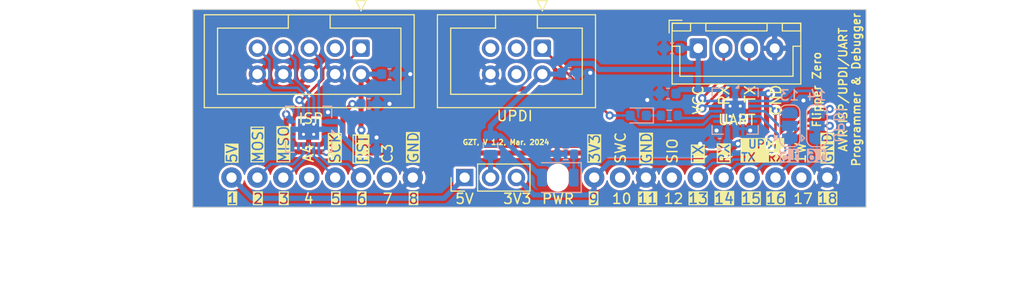
<source format=kicad_pcb>
(kicad_pcb (version 20240108) (generator "pcbnew") (generator_version "8.0")
  (title_block (title "AVR programmer and debugger board with level shifters") (date "2024-03-23") (rev "1.2") (company "GZT s.p.") (comment 3 "Author: Gašper Doljak"))
  (layers (0 "F.Cu" signal) (31 "B.Cu" signal) (34 "B.Paste" user) (35 "F.Paste" user) (36 "B.SilkS" user "B.Silkscreen") (37 "F.SilkS" user "F.Silkscreen") (38 "B.Mask" user) (39 "F.Mask" user) (44 "Edge.Cuts" user))
  (net 0 "")
  (net 1 "GND")
  (net 2 "+3.3V")
  (net 3 "/VCCB")
  (net 4 "Net-(D1-K)")
  (net 5 "Net-(D2-K)")
  (net 6 "/UPDI_RX_s")
  (net 7 "Net-(SW1-B)")
  (net 8 "+5V")
  (net 9 "/MOSI")
  (net 10 "/MISO")
  (net 11 "/CLOCK")
  (net 12 "/SCK")
  (net 13 "/~{RST}")
  (net 17 "Net-(J1-C1)")
  (net 18 "Net-(J1-C0)")
  (net 23 "/MOSI_s")
  (net 25 "/~{RST}_s")
  (net 26 "/SCK_s")
  (net 27 "/MISO_s")
  (net 28 "/UPDI_TX")
  (net 29 "/UPDI_RX")
  (net 30 "/UPDI_TX_s")
  (net 35 "/RX")
  (net 36 "/TX")
  (net 37 "/RX_s")
  (net 38 "/TX_s")
  (net 39 "/VCCA")
  (footprint "Connector_IDC:IDC-Header_2x05_P2.54mm_Vertical" (layer "F.Cu") (at 104.14 96.52 -90)
    (property "Reference" "J4" (hide yes))
    (property "Value" "AVR-ISP-10")
    (fp_line (start -3.29 15.37) (end -3.29 -5.21) (stroke (width 0.12)) (layer "F.SilkS"))
    (fp_line (start 5.83 15.37) (end -3.29 15.37) (stroke (width 0.12)) (layer "F.SilkS"))
    (fp_line (start -1.98 14.07) (end -1.98 7.13) (stroke (width 0.12)) (layer "F.SilkS"))
    (fp_line (start 4.52 14.07) (end -1.98 14.07) (stroke (width 0.12)) (layer "F.SilkS"))
    (fp_line (start -1.98 7.13) (end -3.29 7.13) (stroke (width 0.12)) (layer "F.SilkS"))
    (fp_line (start -1.98 7.13) (end -1.98 7.13) (stroke (width 0.12)) (layer "F.SilkS"))
    (fp_line (start -3.29 3.03) (end -1.98 3.03) (stroke (width 0.12)) (layer "F.SilkS"))
    (fp_line (start -1.98 3.03) (end -1.98 -3.91) (stroke (width 0.12)) (layer "F.SilkS"))
    (fp_line (start -4.68 0.5) (end -3.68 0) (stroke (width 0.12)) (layer "F.SilkS"))
    (fp_line (start -3.68 0) (end -4.68 -0.5) (stroke (width 0.12)) (layer "F.SilkS"))
    (fp_line (start -4.68 -0.5) (end -4.68 0.5) (stroke (width 0.12)) (layer "F.SilkS"))
    (fp_line (start -1.98 -3.91) (end 4.52 -3.91) (stroke (width 0.12)) (layer "F.SilkS"))
    (fp_line (start 4.52 -3.91) (end 4.52 14.07) (stroke (width 0.12)) (layer "F.SilkS"))
    (fp_line (start -3.29 -5.21) (end 5.83 -5.21) (stroke (width 0.12)) (layer "F.SilkS"))
    (fp_line (start 5.83 -5.21) (end 5.83 15.37) (stroke (width 0.12)) (layer "F.SilkS"))
    (pad "1" thru_hole roundrect (at 0 0 270) (size 1.7 1.7) (drill 1) (layers "*.Cu" "*.Mask") (roundrect_rratio 0.147059) (net 23 "/MOSI_s"))
    (pad "2" thru_hole circle (at 2.54 0 270) (size 1.7 1.7) (drill 1) (layers "*.Cu" "*.Mask") (net 3 "/VCCB"))
    (pad "3" thru_hole circle (at 0 2.54 270) (size 1.7 1.7) (drill 1) (layers "*.Cu" "*.Mask"))
    (pad "4" thru_hole circle (at 2.54 2.54 270) (size 1.7 1.7) (drill 1) (layers "*.Cu" "*.Mask") (net 1 "GND"))
    (pad "5" thru_hole circle (at 0 5.08 270) (size 1.7 1.7) (drill 1) (layers "*.Cu" "*.Mask") (net 25 "/~{RST}_s"))
    (pad "6" thru_hole circle (at 2.54 5.08 270) (size 1.7 1.7) (drill 1) (layers "*.Cu" "*.Mask") (net 1 "GND"))
    (pad "7" thru_hole circle (at 0 7.62 270) (size 1.7 1.7) (drill 1) (layers "*.Cu" "*.Mask") (net 26 "/SCK_s"))
    (pad "8" thru_hole circle (at 2.54 7.62 270) (size 1.7 1.7) (drill 1) (layers "*.Cu" "*.Mask") (net 1 "GND"))
    (pad "9" thru_hole circle (at 0 10.16 270) (size 1.7 1.7) (drill 1) (layers "*.Cu" "*.Mask") (net 27 "/MISO_s"))
    (pad "10" thru_hole circle (at 2.54 10.16 270) (size 1.7 1.7) (drill 1) (layers "*.Cu" "*.Mask") (net 1 "GND"))
  )
  (footprint "Connector_PinHeader_2.54mm:PinHeader_1x03_P2.54mm_Vertical" (layer "F.Cu") (at 114.3 109.22 90)
    (property "Reference" "SW1" (hide yes))
    (property "Value" "SW_SPDT")
    (fp_line (start -1.33 -1.33) (end 0 -1.33) (stroke (width 0.12)) (layer "F.SilkS"))
    (fp_line (start -1.33 0) (end -1.33 -1.33) (stroke (width 0.12)) (layer "F.SilkS"))
    (fp_line (start 1.33 1.27) (end 1.33 6.41) (stroke (width 0.12)) (layer "F.SilkS"))
    (fp_line (start -1.33 1.27) (end 1.33 1.27) (stroke (width 0.12)) (layer "F.SilkS"))
    (fp_line (start -1.33 1.27) (end -1.33 6.41) (stroke (width 0.12)) (layer "F.SilkS"))
    (fp_line (start -1.33 6.41) (end 1.33 6.41) (stroke (width 0.12)) (layer "F.SilkS"))
    (pad "1" thru_hole rect (at 0 0 90) (size 1.7 1.7) (drill 1) (layers "*.Cu" "*.Mask") (net 8 "+5V"))
    (pad "2" thru_hole oval (at 0 2.54 90) (size 1.7 1.7) (drill 1) (layers "*.Cu" "*.Mask") (net 7 "Net-(SW1-B)"))
    (pad "3" thru_hole oval (at 0 5.08 90) (size 1.7 1.7) (drill 1) (layers "*.Cu" "*.Mask") (net 2 "+3.3V"))
  )
  (footprint "Connector_JST:JST_XH_B4B-XH-A_1x04_P2.50mm_Vertical" (layer "F.Cu") (at 137.2 96.52)
    (property "Reference" "J3" (hide yes))
    (property "Value" "Conn_01x04")
    (fp_line (start -2.85 -2.75) (end -2.85 -1.5) (stroke (width 0.12)) (layer "F.SilkS"))
    (fp_line (start -2.56 -2.46) (end -2.56 3.51) (stroke (width 0.12)) (layer "F.SilkS"))
    (fp_line (start -2.56 3.51) (end 10.06 3.51) (stroke (width 0.12)) (layer "F.SilkS"))
    (fp_line (start -2.55 -2.45) (end -2.55 -1.7) (stroke (width 0.12)) (layer "F.SilkS"))
    (fp_line (start -2.55 -1.7) (end -0.75 -1.7) (stroke (width 0.12)) (layer "F.SilkS"))
    (fp_line (start -2.55 -0.2) (end -1.8 -0.2) (stroke (width 0.12)) (layer "F.SilkS"))
    (fp_line (start -1.8 -0.2) (end -1.8 2.75) (stroke (width 0.12)) (layer "F.SilkS"))
    (fp_line (start -1.8 2.75) (end 3.75 2.75) (stroke (width 0.12)) (layer "F.SilkS"))
    (fp_line (start -1.6 -2.75) (end -2.85 -2.75) (stroke (width 0.12)) (layer "F.SilkS"))
    (fp_line (start -0.75 -2.45) (end -2.55 -2.45) (stroke (width 0.12)) (layer "F.SilkS"))
    (fp_line (start -0.75 -1.7) (end -0.75 -2.45) (stroke (width 0.12)) (layer "F.SilkS"))
    (fp_line (start 0.75 -2.45) (end 0.75 -1.7) (stroke (width 0.12)) (layer "F.SilkS"))
    (fp_line (start 0.75 -1.7) (end 6.75 -1.7) (stroke (width 0.12)) (layer "F.SilkS"))
    (fp_line (start 6.75 -2.45) (end 0.75 -2.45) (stroke (width 0.12)) (layer "F.SilkS"))
    (fp_line (start 6.75 -1.7) (end 6.75 -2.45) (stroke (width 0.12)) (layer "F.SilkS"))
    (fp_line (start 8.25 -2.45) (end 8.25 -1.7) (stroke (width 0.12)) (layer "F.SilkS"))
    (fp_line (start 8.25 -1.7) (end 10.05 -1.7) (stroke (width 0.12)) (layer "F.SilkS"))
    (fp_line (start 9.3 -0.2) (end 9.3 2.75) (stroke (width 0.12)) (layer "F.SilkS"))
    (fp_line (start 9.3 2.75) (end 3.75 2.75) (stroke (width 0.12)) (layer "F.SilkS"))
    (fp_line (start 10.05 -2.45) (end 8.25 -2.45) (stroke (width 0.12)) (layer "F.SilkS"))
    (fp_line (start 10.05 -1.7) (end 10.05 -2.45) (stroke (width 0.12)) (layer "F.SilkS"))
    (fp_line (start 10.05 -0.2) (end 9.3 -0.2) (stroke (width 0.12)) (layer "F.SilkS"))
    (fp_line (start 10.06 -2.46) (end -2.56 -2.46) (stroke (width 0.12)) (layer "F.SilkS"))
    (fp_line (start 10.06 3.51) (end 10.06 -2.46) (stroke (width 0.12)) (layer "F.SilkS"))
    (pad "1" thru_hole roundrect (at 0 0) (size 1.7 1.95) (drill 0.95) (layers "*.Cu" "*.Mask") (roundrect_rratio 0.147059) (net 3 "/VCCB"))
    (pad "2" thru_hole oval (at 2.5 0) (size 1.7 1.95) (drill 0.95) (layers "*.Cu" "*.Mask") (net 37 "/RX_s"))
    (pad "3" thru_hole oval (at 5 0) (size 1.7 1.95) (drill 0.95) (layers "*.Cu" "*.Mask") (net 38 "/TX_s"))
    (pad "4" thru_hole oval (at 7.5 0) (size 1.7 1.95) (drill 0.95) (layers "*.Cu" "*.Mask") (net 1 "GND"))
  )
  (footprint "Symbol:GZT_LOGO_10mm" (layer "F.Cu") (at 130.937 98.171)
    (property "Reference" "G***" (hide yes))
    (property "Value" "LOGO" (hide yes))
  )
  (footprint "AlfaProxima:Flipper zero" (layer "F.Cu") (at 116.84 109.22 90)
    (property "Reference" "J1" (hide yes))
    (property "Value" "Flipper Zero")
    (pad "1" thru_hole circle (at 0 -25.4 90) (size 2 2) (drill 1) (layers "*.Cu" "*.Mask") (net 8 "+5V"))
    (pad "2" thru_hole circle (at 0 -22.86 90) (size 2 2) (drill 1) (layers "*.Cu" "*.Mask") (net 9 "/MOSI"))
    (pad "3" thru_hole circle (at 0 -20.32 90) (size 2 2) (drill 1) (layers "*.Cu" "*.Mask") (net 10 "/MISO"))
    (pad "4" thru_hole circle (at 0 -17.78 90) (size 2 2) (drill 1) (layers "*.Cu" "*.Mask") (net 11 "/CLOCK"))
    (pad "5" thru_hole circle (at 0 -15.24 90) (size 2 2) (drill 1) (layers "*.Cu" "*.Mask") (net 12 "/SCK"))
    (pad "6" thru_hole circle (at 0 -12.7 90) (size 2 2) (drill 1) (layers "*.Cu" "*.Mask") (net 13 "/~{RST}"))
    (pad "7" thru_hole circle (at 0 -10.16 90) (size 2 2) (drill 1) (layers "*.Cu" "*.Mask"))
    (pad "8" thru_hole circle (at 0 -7.62 90) (size 2 2) (drill 1) (layers "*.Cu" "*.Mask") (net 1 "GND"))
    (pad "9" thru_hole circle (at 0 10.16 90) (size 2 2) (drill 1) (layers "*.Cu" "*.Mask") (net 2 "+3.3V"))
    (pad "10" thru_hole circle (at 0 12.7 90) (size 2 2) (drill 1) (layers "*.Cu" "*.Mask"))
    (pad "11" thru_hole circle (at 0 15.24 90) (size 2 2) (drill 1) (layers "*.Cu" "*.Mask") (net 1 "GND"))
    (pad "12" thru_hole circle (at 0 17.78 90) (size 2 2) (drill 1) (layers "*.Cu" "*.Mask"))
    (pad "13" thru_hole circle (at 0 20.32 90) (size 2 2) (drill 1) (layers "*.Cu" "*.Mask") (net 36 "/TX"))
    (pad "14" thru_hole circle (at 0 22.86 90) (size 2 2) (drill 1) (layers "*.Cu" "*.Mask") (net 35 "/RX"))
    (pad "15" thru_hole circle (at 0 25.4 90) (size 2 2) (drill 1) (layers "*.Cu" "*.Mask") (net 17 "Net-(J1-C1)"))
    (pad "16" thru_hole circle (at 0 27.94 90) (size 2 2) (drill 1) (layers "*.Cu" "*.Mask") (net 18 "Net-(J1-C0)"))
    (pad "17" thru_hole circle (at 0 30.48 90) (size 2 2) (drill 1) (layers "*.Cu" "*.Mask"))
    (pad "18" thru_hole circle (at 0 33.02 90) (size 2 2) (drill 1) (layers "*.Cu" "*.Mask") (net 1 "GND"))
  )
  (footprint "Connector_IDC:IDC-Header_2x03_P2.54mm_Vertical" (layer "F.Cu") (at 121.92 96.52 -90)
    (property "Reference" "J2" (hide yes))
    (property "Value" "AVR-UPDI-6")
    (fp_line (start -3.29 10.29) (end -3.29 -5.21) (stroke (width 0.12)) (layer "F.SilkS"))
    (fp_line (start 5.83 10.29) (end -3.29 10.29) (stroke (width 0.12)) (layer "F.SilkS"))
    (fp_line (start -1.98 8.99) (end -1.98 4.59) (stroke (width 0.12)) (layer "F.SilkS"))
    (fp_line (start 4.52 8.99) (end -1.98 8.99) (stroke (width 0.12)) (layer "F.SilkS"))
    (fp_line (start -1.98 4.59) (end -3.29 4.59) (stroke (width 0.12)) (layer "F.SilkS"))
    (fp_line (start -1.98 4.59) (end -1.98 4.59) (stroke (width 0.12)) (layer "F.SilkS"))
    (fp_line (start -4.68 0.5) (end -3.68 0) (stroke (width 0.12)) (layer "F.SilkS"))
    (fp_line (start -3.29 0.49) (end -1.98 0.49) (stroke (width 0.12)) (layer "F.SilkS"))
    (fp_line (start -1.98 0.49) (end -1.98 -3.91) (stroke (width 0.12)) (layer "F.SilkS"))
    (fp_line (start -3.68 0) (end -4.68 -0.5) (stroke (width 0.12)) (layer "F.SilkS"))
    (fp_line (start -4.68 -0.5) (end -4.68 0.5) (stroke (width 0.12)) (layer "F.SilkS"))
    (fp_line (start -1.98 -3.91) (end 4.52 -3.91) (stroke (width 0.12)) (layer "F.SilkS"))
    (fp_line (start 4.52 -3.91) (end 4.52 8.99) (stroke (width 0.12)) (layer "F.SilkS"))
    (fp_line (start -3.29 -5.21) (end 5.83 -5.21) (stroke (width 0.12)) (layer "F.SilkS"))
    (fp_line (start 5.83 -5.21) (end 5.83 10.29) (stroke (width 0.12)) (layer "F.SilkS"))
    (pad "1" thru_hole roundrect (at 0 0 270) (size 1.7 1.7) (drill 1) (layers "*.Cu" "*.Mask") (roundrect_rratio 0.147059) (net 6 "/UPDI_RX_s"))
    (pad "2" thru_hole circle (at 2.54 0 270) (size 1.7 1.7) (drill 1) (layers "*.Cu" "*.Mask") (net 3 "/VCCB"))
    (pad "3" thru_hole circle (at 0 2.54 270) (size 1.7 1.7) (drill 1) (layers "*.Cu" "*.Mask"))
    (pad "4" thru_hole circle (at 2.54 2.54 270) (size 1.7 1.7) (drill 1) (layers "*.Cu" "*.Mask"))
    (pad "5" thru_hole circle (at 0 5.08 270) (size 1.7 1.7) (drill 1) (layers "*.Cu" "*.Mask"))
    (pad "6" thru_hole circle (at 2.54 5.08 270) (size 1.7 1.7) (drill 1) (layers "*.Cu" "*.Mask") (net 1 "GND"))
  )
  (footprint "Jumper:SolderJumper-3_P1.3mm_Bridged12_RoundedPad1.0x1.5mm" (layer "B.Cu") (at 146.177 104.14 90)
    (property "Reference" "JP1" (hide yes))
    (property "Value" "SolderJumper_3_Bridged12")
    (fp_poly (pts (xy -0.9 0.3) (xy -0.4 0.3) (xy -0.4 -0.3) (xy -0.9 -0.3)) (fill solid) (layer "B.Cu"))
    (fp_line (start -0.9 -1.5) (end -1.5 -1.5) (stroke (width 0.12)) (layer "B.SilkS"))
    (fp_line (start -0.9 -1.5) (end -1.2 -1.2) (stroke (width 0.12)) (layer "B.SilkS"))
    (fp_line (start -1.5 -1.5) (end -1.2 -1.2) (stroke (width 0.12)) (layer "B.SilkS"))
    (fp_line (start -1.4 -1) (end 1.4 -1) (stroke (width 0.12)) (layer "B.SilkS"))
    (fp_line (start 2.05 -0.3) (end 2.05 0.3) (stroke (width 0.12)) (layer "B.SilkS"))
    (fp_line (start -2.05 0.3) (end -2.05 -0.3) (stroke (width 0.12)) (layer "B.SilkS"))
    (fp_line (start 1.4 1) (end -1.4 1) (stroke (width 0.12)) (layer "B.SilkS"))
    (fp_arc (start 1.35 -1) (mid 1.844975 -0.794975) (end 2.05 -0.3) (stroke (width 0.12)) (layer "B.SilkS"))
    (fp_arc (start -2.05 -0.3) (mid -1.844975 -0.794975) (end -1.35 -1) (stroke (width 0.12)) (layer "B.SilkS"))
    (fp_arc (start 2.05 0.3) (mid 1.844975 0.794975) (end 1.35 1) (stroke (width 0.12)) (layer "B.SilkS"))
    (fp_arc (start -1.35 1) (mid -1.844975 0.794975) (end -2.05 0.3) (stroke (width 0.12)) (layer "B.SilkS"))
    (pad "1" smd custom (at -1.3 0 90) (size 1 0.5) (layers "B.Cu" "B.Mask") (net 17 "Net-(J1-C1)") (options (clearance outline) (anchor rect)) (primitives (gr_circle (center 0 -0.25) (end 0.5 -0.25) (width 0) (fill yes)) (gr_circle (center 0 0.25) (end 0.5 0.25) (width 0) (fill yes)) (gr_poly (pts (xy 0.55 -0.75) (xy 0 -0.75) (xy 0 0.75) (xy 0.55 0.75)) (width 0) (fill yes))))
    (pad "2" smd rect (at 0 0 90) (size 1 1.5) (layers "B.Cu" "B.Mask") (net 28 "/UPDI_TX"))
    (pad "3" smd custom (at 1.3 0 90) (size 1 0.5) (layers "B.Cu" "B.Mask") (net 36 "/TX") (options (clearance outline) (anchor rect)) (primitives (gr_circle (center 0 -0.25) (end 0.5 -0.25) (width 0) (fill yes)) (gr_circle (center 0 0.25) (end 0.5 0.25) (width 0) (fill yes)) (gr_poly (pts (xy 0 -0.75) (xy -0.55 -0.75) (xy -0.55 0.75) (xy 0 0.75)) (width 0) (fill yes))))
  )
  (footprint "Capacitor_SMD:C_0603_1608Metric" (layer "B.Cu") (at 104.915 101.981 180)
    (property "Reference" "C3" (hide yes))
    (property "Value" "100nF")
    (fp_line (start 0.14058 0.51) (end -0.14058 0.51) (stroke (width 0.12)) (layer "B.SilkS"))
    (fp_line (start 0.14058 -0.51) (end -0.14058 -0.51) (stroke (width 0.12)) (layer "B.SilkS"))
    (pad "1" smd roundrect (at -0.775 0 180) (size 0.9 0.95) (layers "B.Cu" "B.Paste" "B.Mask") (net 1 "GND"))
    (pad "2" smd roundrect (at 0.775 0 180) (size 0.9 0.95) (layers "B.Cu" "B.Paste" "B.Mask") (net 39 "/VCCA"))
  )
  (footprint "Capacitor_SMD:C_0603_1608Metric" (layer "B.Cu") (at 106.934 99.06)
    (property "Reference" "C5" (hide yes))
    (property "Value" "100nF")
    (fp_line (start 0.14058 -0.51) (end -0.14058 -0.51) (stroke (width 0.12)) (layer "B.SilkS"))
    (fp_line (start 0.14058 0.51) (end -0.14058 0.51) (stroke (width 0.12)) (layer "B.SilkS"))
    (pad "1" smd roundrect (at -0.775 0) (size 0.9 0.95) (layers "B.Cu" "B.Paste" "B.Mask") (net 3 "/VCCB"))
    (pad "2" smd roundrect (at 0.775 0) (size 0.9 0.95) (layers "B.Cu" "B.Paste" "B.Mask") (net 1 "GND"))
  )
  (footprint "Jumper:SolderJumper-3_P1.3mm_Bridged12_RoundedPad1.0x1.5mm" (layer "B.Cu") (at 148.844 104.14 90)
    (property "Reference" "JP2" (hide yes))
    (property "Value" "SolderJumper_3_Bridged12")
    (fp_poly (pts (xy -0.9 0.3) (xy -0.4 0.3) (xy -0.4 -0.3) (xy -0.9 -0.3)) (fill solid) (layer "B.Cu"))
    (fp_line (start -0.9 -1.5) (end -1.5 -1.5) (stroke (width 0.12)) (layer "B.SilkS"))
    (fp_line (start -0.9 -1.5) (end -1.2 -1.2) (stroke (width 0.12)) (layer "B.SilkS"))
    (fp_line (start -1.5 -1.5) (end -1.2 -1.2) (stroke (width 0.12)) (layer "B.SilkS"))
    (fp_line (start -1.4 -1) (end 1.4 -1) (stroke (width 0.12)) (layer "B.SilkS"))
    (fp_line (start 2.05 -0.3) (end 2.05 0.3) (stroke (width 0.12)) (layer "B.SilkS"))
    (fp_line (start -2.05 0.3) (end -2.05 -0.3) (stroke (width 0.12)) (layer "B.SilkS"))
    (fp_line (start 1.4 1) (end -1.4 1) (stroke (width 0.12)) (layer "B.SilkS"))
    (fp_arc (start 1.35 -1) (mid 1.844975 -0.794975) (end 2.05 -0.3) (stroke (width 0.12)) (layer "B.SilkS"))
    (fp_arc (start -2.05 -0.3) (mid -1.844975 -0.794975) (end -1.35 -1) (stroke (width 0.12)) (layer "B.SilkS"))
    (fp_arc (start 2.05 0.3) (mid 1.844975 0.794975) (end 1.35 1) (stroke (width 0.12)) (layer "B.SilkS"))
    (fp_arc (start -1.35 1) (mid -1.844975 0.794975) (end -2.05 0.3) (stroke (width 0.12)) (layer "B.SilkS"))
    (pad "1" smd custom (at -1.3 0 90) (size 1 0.5) (layers "B.Cu" "B.Mask") (net 18 "Net-(J1-C0)") (options (clearance outline) (anchor rect)) (primitives (gr_circle (center 0 -0.25) (end 0.5 -0.25) (width 0) (fill yes)) (gr_circle (center 0 0.25) (end 0.5 0.25) (width 0) (fill yes)) (gr_poly (pts (xy 0.55 -0.75) (xy 0 -0.75) (xy 0 0.75) (xy 0.55 0.75)) (width 0) (fill yes))))
    (pad "2" smd rect (at 0 0 90) (size 1 1.5) (layers "B.Cu" "B.Mask") (net 29 "/UPDI_RX"))
    (pad "3" smd custom (at 1.3 0 90) (size 1 0.5) (layers "B.Cu" "B.Mask") (net 35 "/RX") (options (clearance outline) (anchor rect)) (primitives (gr_circle (center 0 -0.25) (end 0.5 -0.25) (width 0) (fill yes)) (gr_circle (center 0 0.25) (end 0.5 0.25) (width 0) (fill yes)) (gr_poly (pts (xy 0 -0.75) (xy -0.55 -0.75) (xy -0.55 0.75) (xy 0 0.75)) (width 0) (fill yes))))
  )
  (footprint "Fuse:Fuse_0805_2012Metric" (layer "B.Cu") (at 116.84 106.045 90)
    (property "Reference" "F1" (hide yes))
    (property "Value" "1100mA")
    (fp_line (start 0.258578 -0.71) (end -0.258578 -0.71) (stroke (width 0.12)) (layer "B.SilkS"))
    (fp_line (start 0.258578 0.71) (end -0.258578 0.71) (stroke (width 0.12)) (layer "B.SilkS"))
    (pad "1" smd roundrect (at -0.9375 0 90) (size 0.975 1.4) (layers "B.Cu" "B.Paste" "B.Mask") (net 7 "Net-(SW1-B)"))
    (pad "2" smd roundrect (at 0.9375 0 90) (size 0.975 1.4) (layers "B.Cu" "B.Paste" "B.Mask") (net 3 "/VCCB"))
  )
  (footprint "Package_DFN_QFN:Texas_S-PVQFN-N14_ThermalVias" (layer "B.Cu") (at 140.825 102.7 180)
    (property "Reference" "U2" (hide yes))
    (property "Value" "TXS0104ERGYR")
    (fp_line (start 2.26 2.26) (end 1.15 2.26) (stroke (width 0.12)) (layer "B.SilkS"))
    (fp_line (start 2.26 1.4) (end 2.26 2.26) (stroke (width 0.12)) (layer "B.SilkS"))
    (fp_line (start 2.26 -1.4) (end 2.26 -2.26) (stroke (width 0.12)) (layer "B.SilkS"))
    (fp_line (start 2.26 -2.26) (end 1.15 -2.26) (stroke (width 0.12)) (layer "B.SilkS"))
    (fp_line (start -2.26 2.26) (end -1.15 2.26) (stroke (width 0.12)) (layer "B.SilkS"))
    (fp_line (start -2.26 2.26) (end -2.26 1.4) (stroke (width 0.12)) (layer "B.SilkS"))
    (fp_line (start -2.26 -1.4) (end -2.26 -2.26) (stroke (width 0.12)) (layer "B.SilkS"))
    (fp_line (start -2.26 -2.26) (end -1.15 -2.26) (stroke (width 0.12)) (layer "B.SilkS"))
    (fp_poly (pts (xy -0.35 2.26) (xy -0.35 2.54) (xy -0.07 2.26) (xy -0.35 2.26)) (stroke (width 0.12)) (fill solid) (layer "B.SilkS"))
    (pad "1" smd rect (at -0.75 1.725 270) (size 0.85 0.28) (layers "B.Cu" "B.Paste" "B.Mask") (net 39 "/VCCA"))
    (pad "2" smd rect (at -1.725 1 270) (size 0.28 0.85) (layers "B.Cu" "B.Paste" "B.Mask") (net 35 "/RX"))
    (pad "3" smd rect (at -1.725 0.5 270) (size 0.28 0.85) (layers "B.Cu" "B.Paste" "B.Mask") (net 36 "/TX"))
    (pad "4" smd rect (at -1.725 0 270) (size 0.28 0.85) (layers "B.Cu" "B.Paste" "B.Mask") (net 28 "/UPDI_TX"))
    (pad "5" smd rect (at -1.725 -0.5 270) (size 0.28 0.85) (layers "B.Cu" "B.Paste" "B.Mask") (net 29 "/UPDI_RX"))
    (pad "6" smd rect (at -1.725 -1 270) (size 0.28 0.85) (layers "B.Cu" "B.Paste" "B.Mask"))
    (pad "7" smd rect (at -0.75 -1.725 270) (size 0.85 0.28) (layers "B.Cu" "B.Paste" "B.Mask") (net 1 "GND"))
    (pad "8" smd rect (at 0.75 -1.725 270) (size 0.85 0.28) (layers "B.Cu" "B.Paste" "B.Mask") (net 39 "/VCCA"))
    (pad "9" smd rect (at 1.725 -1 270) (size 0.28 0.85) (layers "B.Cu" "B.Paste" "B.Mask"))
    (pad "10" smd rect (at 1.725 -0.5 270) (size 0.28 0.85) (layers "B.Cu" "B.Paste" "B.Mask") (net 6 "/UPDI_RX_s"))
    (pad "11" smd rect (at 1.725 0 270) (size 0.28 0.85) (layers "B.Cu" "B.Paste" "B.Mask") (net 30 "/UPDI_TX_s"))
    (pad "12" smd rect (at 1.725 0.5 270) (size 0.28 0.85) (layers "B.Cu" "B.Paste" "B.Mask") (net 38 "/TX_s"))
    (pad "13" smd rect (at 1.725 1 270) (size 0.28 0.85) (layers "B.Cu" "B.Paste" "B.Mask") (net 37 "/RX_s"))
    (pad "14" smd rect (at 0.75 1.725 270) (size 0.85 0.28) (layers "B.Cu" "B.Paste" "B.Mask") (net 3 "/VCCB"))
    (pad "15" thru_hole circle (at -0.5 -0.5 270) (size 0.6 0.6) (drill 0.3) (layers "*.Cu") (net 1 "GND"))
    (pad "15" thru_hole circle (at -0.5 0.5 270) (size 0.6 0.6) (drill 0.3) (layers "*.Cu") (net 1 "GND"))
    (pad "15" smd rect (at 0 0 270) (size 2.05 2.05) (layers "F.Cu") (net 1 "GND"))
    (pad "15" smd rect (at 0 0 270) (size 2.05 2.05) (layers "B.Cu" "B.Mask") (net 1 "GND"))
    (pad "15" thru_hole circle (at 0.5 -0.5 270) (size 0.6 0.6) (drill 0.3) (layers "*.Cu") (net 1 "GND"))
    (pad "15" thru_hole circle (at 0.5 0.5 270) (size 0.6 0.6) (drill 0.3) (layers "*.Cu") (net 1 "GND"))
  )
  (footprint "Resistor_SMD:R_0603_1608Metric" (layer "B.Cu") (at 134.366 103.124 180)
    (property "Reference" "R2" (hide yes))
    (property "Value" "330")
    (fp_line (start 0.237258 0.5225) (end -0.237258 0.5225) (stroke (width 0.12)) (layer "B.SilkS"))
    (fp_line (start 0.237258 -0.5225) (end -0.237258 -0.5225) (stroke (width 0.12)) (layer "B.SilkS"))
    (pad "1" smd roundrect (at -0.825 0 180) (size 0.8 0.95) (layers "B.Cu" "B.Paste" "B.Mask") (net 30 "/UPDI_TX_s"))
    (pad "2" smd roundrect (at 0.825 0 180) (size 0.8 0.95) (layers "B.Cu" "B.Paste" "B.Mask") (net 5 "Net-(D2-K)"))
  )
  (footprint "Package_DFN_QFN:Texas_S-PVQFN-N14_ThermalVias" (layer "B.Cu") (at 99 104.475 90)
    (property "Reference" "U1" (hide yes))
    (property "Value" "TXS0104ERGYR")
    (fp_line (start 2.26 -2.26) (end 1.15 -2.26) (stroke (width 0.12)) (layer "B.SilkS"))
    (fp_line (start -2.26 -2.26) (end -1.15 -2.26) (stroke (width 0.12)) (layer "B.SilkS"))
    (fp_line (start 2.26 -1.4) (end 2.26 -2.26) (stroke (width 0.12)) (layer "B.SilkS"))
    (fp_line (start -2.26 -1.4) (end -2.26 -2.26) (stroke (width 0.12)) (layer "B.SilkS"))
    (fp_line (start 2.26 1.4) (end 2.26 2.26) (stroke (width 0.12)) (layer "B.SilkS"))
    (fp_line (start 2.26 2.26) (end 1.15 2.26) (stroke (width 0.12)) (layer "B.SilkS"))
    (fp_line (start -2.26 2.26) (end -2.26 1.4) (stroke (width 0.12)) (layer "B.SilkS"))
    (fp_line (start -2.26 2.26) (end -1.15 2.26) (stroke (width 0.12)) (layer "B.SilkS"))
    (fp_poly (pts (xy -0.35 2.26) (xy -0.35 2.54) (xy -0.07 2.26) (xy -0.35 2.26)) (stroke (width 0.12)) (fill solid) (layer "B.SilkS"))
    (pad "1" smd rect (at -0.75 1.725 180) (size 0.85 0.28) (layers "B.Cu" "B.Paste" "B.Mask") (net 39 "/VCCA"))
    (pad "2" smd rect (at -1.725 1 180) (size 0.28 0.85) (layers "B.Cu" "B.Paste" "B.Mask") (net 13 "/~{RST}"))
    (pad "3" smd rect (at -1.725 0.5 180) (size 0.28 0.85) (layers "B.Cu" "B.Paste" "B.Mask") (net 12 "/SCK"))
    (pad "4" smd rect (at -1.725 0 180) (size 0.28 0.85) (layers "B.Cu" "B.Paste" "B.Mask") (net 10 "/MISO"))
    (pad "5" smd rect (at -1.725 -0.5 180) (size 0.28 0.85) (layers "B.Cu" "B.Paste" "B.Mask") (net 9 "/MOSI"))
    (pad "6" smd rect (at -1.725 -1 180) (size 0.28 0.85) (layers "B.Cu" "B.Paste" "B.Mask"))
    (pad "7" smd rect (at -0.75 -1.725 180) (size 0.85 0.28) (layers "B.Cu" "B.Paste" "B.Mask") (net 1 "GND"))
    (pad "8" smd rect (at 0.75 -1.725 180) (size 0.85 0.28) (layers "B.Cu" "B.Paste" "B.Mask") (net 39 "/VCCA"))
    (pad "9" smd rect (at 1.725 -1 180) (size 0.28 0.85) (layers "B.Cu" "B.Paste" "B.Mask"))
    (pad "10" smd rect (at 1.725 -0.5 180) (size 0.28 0.85) (layers "B.Cu" "B.Paste" "B.Mask") (net 23 "/MOSI_s"))
    (pad "11" smd rect (at 1.725 0 180) (size 0.28 0.85) (layers "B.Cu" "B.Paste" "B.Mask") (net 27 "/MISO_s"))
    (pad "12" smd rect (at 1.725 0.5 180) (size 0.28 0.85) (layers "B.Cu" "B.Paste" "B.Mask") (net 26 "/SCK_s"))
    (pad "13" smd rect (at 1.725 1 180) (size 0.28 0.85) (layers "B.Cu" "B.Paste" "B.Mask") (net 25 "/~{RST}_s"))
    (pad "14" smd rect (at 0.75 1.725 180) (size 0.85 0.28) (layers "B.Cu" "B.Paste" "B.Mask") (net 3 "/VCCB"))
    (pad "15" thru_hole circle (at -0.5 -0.5 180) (size 0.6 0.6) (drill 0.3) (layers "*.Cu") (net 1 "GND"))
    (pad "15" thru_hole circle (at -0.5 0.5 180) (size 0.6 0.6) (drill 0.3) (layers "*.Cu") (net 1 "GND"))
    (pad "15" smd rect (at 0 0 180) (size 2.05 2.05) (layers "F.Cu") (net 1 "GND"))
    (pad "15" smd rect (at 0 0 180) (size 2.05 2.05) (layers "B.Cu" "B.Mask") (net 1 "GND"))
    (pad "15" thru_hole circle (at 0.5 -0.5 180) (size 0.6 0.6) (drill 0.3) (layers "*.Cu") (net 1 "GND"))
    (pad "15" thru_hole circle (at 0.5 0.5 180) (size 0.6 0.6) (drill 0.3) (layers "*.Cu") (net 1 "GND"))
  )
  (footprint "Capacitor_SMD:C_0603_1608Metric" (layer "B.Cu") (at 134.239 100.965 180)
    (property "Reference" "C2" (hide yes))
    (property "Value" "100nF")
    (fp_line (start 0.14058 0.51) (end -0.14058 0.51) (stroke (width 0.12)) (layer "B.SilkS"))
    (fp_line (start 0.14058 -0.51) (end -0.14058 -0.51) (stroke (width 0.12)) (layer "B.SilkS"))
    (pad "1" smd roundrect (at -0.775 0 180) (size 0.9 0.95) (layers "B.Cu" "B.Paste" "B.Mask") (net 3 "/VCCB"))
    (pad "2" smd roundrect (at 0.775 0 180) (size 0.9 0.95) (layers "B.Cu" "B.Paste" "B.Mask") (net 1 "GND"))
  )
  (footprint "Capacitor_SMD:C_0603_1608Metric" (layer "B.Cu") (at 139.3 105.9)
    (property "Reference" "C1" (hide yes))
    (property "Value" "100nF")
    (fp_line (start 0.14058 -0.51) (end -0.14058 -0.51) (stroke (width 0.12)) (layer "B.SilkS"))
    (fp_line (start 0.14058 0.51) (end -0.14058 0.51) (stroke (width 0.12)) (layer "B.SilkS"))
    (pad "1" smd roundrect (at -0.775 0) (size 0.9 0.95) (layers "B.Cu" "B.Paste" "B.Mask") (net 1 "GND"))
    (pad "2" smd roundrect (at 0.775 0) (size 0.9 0.95) (layers "B.Cu" "B.Paste" "B.Mask") (net 39 "/VCCA"))
  )
  (footprint "NetTie:NetTie-2_SMD_Pad0.5mm" (layer "B.Cu") (at 139 107.061)
    (property "Reference" "NT1" (hide yes))
    (property "Value" "NetTie_2" (hide yes))
    (fp_poly (pts (xy -0.5 0.25) (xy 0.5 0.25) (xy 0.5 -0.25) (xy -0.5 -0.25)) (fill solid) (layer "B.Cu"))
    (pad "1" smd circle (at -0.5 0) (size 0.5 0.5) (layers "B.Cu") (net 2 "+3.3V"))
    (pad "2" smd circle (at 0.5 0) (size 0.5 0.5) (layers "B.Cu") (net 39 "/VCCA"))
  )
  (footprint "Resistor_SMD:R_0603_1608Metric" (layer "B.Cu") (at 124.206 106.934 180)
    (property "Reference" "R1" (hide yes))
    (property "Value" "1k")
    (fp_line (start 0.237258 0.5225) (end -0.237258 0.5225) (stroke (width 0.12)) (layer "B.SilkS"))
    (fp_line (start 0.237258 -0.5225) (end -0.237258 -0.5225) (stroke (width 0.12)) (layer "B.SilkS"))
    (pad "1" smd roundrect (at -0.825 0 180) (size 0.8 0.95) (layers "B.Cu" "B.Paste" "B.Mask") (net 4 "Net-(D1-K)"))
    (pad "2" smd roundrect (at 0.825 0 180) (size 0.8 0.95) (layers "B.Cu" "B.Paste" "B.Mask") (net 1 "GND"))
  )
  (footprint "LED_SMD:LED_1206_3216Metric_ReverseMount_Hole1.8x2.4mm" (layer "B.Cu") (at 123.444 109.22 180)
    (property "Reference" "D1" (hide yes))
    (property "Value" "LED  E6CC1206VGAC1UDA")
    (fp_line (start 1.6 -1.46) (end -2.285 -1.46) (stroke (width 0.12)) (layer "B.SilkS"))
    (fp_line (start -2.285 1.46) (end 1.6 1.46) (stroke (width 0.12)) (layer "B.SilkS"))
    (fp_line (start -2.285 -1.46) (end -2.285 1.46) (stroke (width 0.12)) (layer "B.SilkS"))
    (pad "" np_thru_hole oval (at 0 0 180) (size 1.8 2.4) (drill oval 1.8 2.4) (layers "*.Cu" "*.Mask"))
    (pad "1" smd roundrect (at -1.55 0 180) (size 0.95 1.75) (layers "B.Cu" "B.Paste" "B.Mask") (roundrect_rratio 0.2) (net 4 "Net-(D1-K)"))
    (pad "2" smd roundrect (at 1.55 0 180) (size 0.95 1.75) (layers "B.Cu" "B.Paste" "B.Mask") (roundrect_rratio 0.2) (net 3 "/VCCB"))
  )
  (footprint "Capacitor_SMD:C_0603_1608Metric" (layer "B.Cu") (at 124.587 98.933)
    (property "Reference" "C6" (hide yes))
    (property "Value" "100nF")
    (fp_line (start 0.14058 -0.51) (end -0.14058 -0.51) (stroke (width 0.12)) (layer "B.SilkS"))
    (fp_line (start 0.14058 0.51) (end -0.14058 0.51) (stroke (width 0.12)) (layer "B.SilkS"))
    (pad "1" smd roundrect (at -0.775 0) (size 0.9 0.95) (layers "B.Cu" "B.Paste" "B.Mask") (net 3 "/VCCB"))
    (pad "2" smd roundrect (at 0.775 0) (size 0.9 0.95) (layers "B.Cu" "B.Paste" "B.Mask") (net 1 "GND"))
  )
  (footprint "Diode_SMD:D_0603_1608Metric" (layer "B.Cu") (at 131.318 103.124 180)
    (property "Reference" "D2" (hide yes))
    (property "Value" "D_Schottky")
    (fp_line (start 0.8 -0.735) (end -1.485 -0.735) (stroke (width 0.12)) (layer "B.SilkS"))
    (fp_line (start -1.485 0.735) (end 0.8 0.735) (stroke (width 0.12)) (layer "B.SilkS"))
    (fp_line (start -1.485 -0.735) (end -1.485 0.735) (stroke (width 0.12)) (layer "B.SilkS"))
    (pad "1" smd roundrect (at -0.7875 0 180) (size 0.875 0.95) (layers "B.Cu" "B.Paste" "B.Mask") (net 5 "Net-(D2-K)"))
    (pad "2" smd roundrect (at 0.7875 0 180) (size 0.875 0.95) (layers "B.Cu" "B.Paste" "B.Mask") (net 6 "/UPDI_RX_s"))
  )
  (footprint "Capacitor_SMD:C_0603_1608Metric" (layer "B.Cu") (at 104.902 106.553)
    (property "Reference" "C4" (hide yes))
    (property "Value" "100nF")
    (fp_line (start 0.14058 -0.51) (end -0.14058 -0.51) (stroke (width 0.12)) (layer "B.SilkS"))
    (fp_line (start 0.14058 0.51) (end -0.14058 0.51) (stroke (width 0.12)) (layer "B.SilkS"))
    (pad "1" smd roundrect (at -0.775 0) (size 0.9 0.95) (layers "B.Cu" "B.Paste" "B.Mask") (net 3 "/VCCB"))
    (pad "2" smd roundrect (at 0.775 0) (size 0.9 0.95) (layers "B.Cu" "B.Paste" "B.Mask") (net 1 "GND"))
  )
  (footprint "Capacitor_SMD:C_0603_1608Metric" (layer "B.Cu") (at 134.633 96.52 180)
    (property "Reference" "C7" (hide yes))
    (property "Value" "100nF")
    (fp_line (start 0.14058 0.51) (end -0.14058 0.51) (stroke (width 0.12)) (layer "B.SilkS"))
    (fp_line (start 0.14058 -0.51) (end -0.14058 -0.51) (stroke (width 0.12)) (layer "B.SilkS"))
    (pad "1" smd roundrect (at -0.775 0 180) (size 0.9 0.95) (layers "B.Cu" "B.Paste" "B.Mask") (net 3 "/VCCB"))
    (pad "2" smd roundrect (at 0.775 0 180) (size 0.9 0.95) (layers "B.Cu" "B.Paste" "B.Mask") (net 1 "GND"))
  )
  (gr_rect (start 87.63 92.71) (end 153.67 112.141) (stroke (width 0.1)) (fill none) (layer "Edge.Cuts"))
  (gr_text "13" (at 147.193 101.727 0) (layer "B.SilkS") (effects (font (size 1 1)) (justify left bottom mirror)))
  (gr_text "16" (at 149.86 107.696 0) (layer "B.SilkS" knockout) (effects (font (size 1 1)) (justify left bottom mirror)))
  (gr_text "UPDI" (at 150.368 105.918 -90) (layer "B.SilkS") (effects (font (size 1 1)) (justify left bottom mirror)))
  (gr_text "15" (at 147.193 107.696 0) (layer "B.SilkS" knockout) (effects (font (size 1 1)) (justify left bottom mirror)))
  (gr_text "14" (at 149.86 101.727 0) (layer "B.SilkS") (effects (font (size 1 1)) (justify left bottom mirror)))
  (gr_text "6" (at 103.632 111.887 0) (layer "F.SilkS" knockout) (effects (font (size 1 1)) (justify left bottom)))
  (gr_text "PWR" (at 121.793 111.887 0) (layer "F.SilkS") (effects (font (size 1 1)) (justify left bottom)))
  (gr_text "GND" (at 132.715 107.95 90) (layer "F.SilkS" knockout) (effects (font (size 1 1)) (justify left bottom)))
  (gr_text "10" (at 128.651 111.887 0) (layer "F.SilkS") (effects (font (size 1 1)) (justify left bottom)))
  (gr_text "UPDI\nTX  RX" (at 143.51 107.696 0) (layer "F.SilkS" knockout) (effects (font (size 0.8 0.8)) (justify bottom)))
  (gr_text "15" (at 141.351 111.887 0) (layer "F.SilkS" knockout) (effects (font (size 1 1)) (justify left bottom)))
  (gr_text "~{RST}" (at 104.902 107.879929 90) (layer "F.SilkS" knockout) (effects (font (size 1 1)) (justify left bottom)))
  (gr_text "Flipper Zero\n\nAVR ISP/UPDI/UART\nProgrammer & Debugger" (at 153.162 100.584 90) (layer "F.SilkS") (effects (font (size 0.8 0.8)) (justify bottom)))
  (gr_text "8" (at 108.712 111.887 0) (layer "F.SilkS" knockout) (effects (font (size 1 1)) (justify left bottom)))
  (gr_text "1" (at 90.932 111.887 0) (layer "F.SilkS" knockout) (effects (font (size 1 1.03)) (justify left bottom)))
  (gr_text "GND" (at 145.415 103.251 90) (layer "F.SilkS") (effects (font (size 1 1)) (justify left bottom)))
  (gr_text "9" (at 126.365 111.887 0) (layer "F.SilkS" knockout) (effects (font (size 1 1)) (justify left bottom)))
  (gr_text "4" (at 98.425 111.887 0) (layer "F.SilkS") (effects (font (size 1 1)) (justify left bottom)))
  (gr_text "RX" (at 140.335 107.95 90) (layer "F.SilkS" knockout) (effects (font (size 1 1)) (justify left bottom)))
  (gr_text "UPDI" (at 117.348 103.759 0) (layer "F.SilkS") (effects (font (size 1 1)) (justify left bottom)))
  (gr_text "C3" (at 107.315 107.95 90) (layer "F.SilkS") (effects (font (size 1 1)) (justify left bottom)))
  (gr_text "GND" (at 150.495 107.95 90) (layer "F.SilkS" knockout) (effects (font (size 1 1)) (justify left bottom)))
  (gr_text "5V" (at 92.075 107.879929 90) (layer "F.SilkS" knockout) (effects (font (size 1 1)) (justify left bottom)))
  (gr_text "TX" (at 137.795 107.823 90) (layer "F.SilkS" knockout) (effects (font (size 1 1)) (justify left bottom)))
  (gr_text "5" (at 101.092 111.887 0) (layer "F.SilkS" knockout) (effects (font (size 1 1)) (justify left bottom)))
  (gr_text "12" (at 133.731 111.887 0) (layer "F.SilkS") (effects (font (size 1 1)) (justify left bottom)))
  (gr_text "SCK" (at 102.202006 107.879929 90) (layer "F.SilkS" knockout) (effects (font (size 1 1)) (justify left bottom)))
  (gr_text "A4" (at 99.568 107.823 90) (layer "F.SilkS") (effects (font (size 1 1)) (justify left bottom)))
  (gr_text "18" (at 148.844 111.887 0) (layer "F.SilkS" knockout) (effects (font (size 1 1)) (justify left bottom)))
  (gr_text "3V3" (at 127.635 107.823 90) (layer "F.SilkS" knockout) (effects (font (size 1 1)) (justify left bottom)))
  (gr_text "13" (at 136.144 111.887 0) (layer "F.SilkS" knockout) (effects (font (size 1 1)) (justify left bottom)))
  (gr_text "1W" (at 147.828 107.95 90) (layer "F.SilkS") (effects (font (size 1 1)) (justify left bottom)))
  (gr_text "ISP" (at 97.917 104.013 0) (layer "F.SilkS") (effects (font (size 1 1)) (justify left bottom)))
  (gr_text "GZT, V 1.2, Mar. 2024\n" (at 114.046 106.045 0) (layer "F.SilkS") (effects (font (size 0.5 0.5) (thickness 0.125)) (justify left bottom)))
  (gr_text "MOSI" (at 94.615 107.879929 90) (layer "F.SilkS" knockout) (effects (font (size 1 1)) (justify left bottom)))
  (gr_text "VCC" (at 137.795 103.124 90) (layer "F.SilkS") (effects (font (size 1 1)) (justify left bottom)))
  (gr_text "TX" (at 142.875 101.981 90) (layer "F.SilkS") (effects (font (size 1 1)) (justify left bottom)))
  (gr_text "UART" (at 139.065 104.14 0) (layer "F.SilkS") (effects (font (size 1 1)) (justify left bottom)))
  (gr_text "16" (at 143.764 111.887 0) (layer "F.SilkS" knockout) (effects (font (size 1 1)) (justify left bottom)))
  (gr_text "3V3" (at 117.983 111.887 0) (layer "F.SilkS") (effects (font (size 1 1)) (justify left bottom)))
  (gr_text "17" (at 146.431 111.887 0) (layer "F.SilkS") (effects (font (size 1 1)) (justify left bottom)))
  (gr_text "5V" (at 113.284 111.887 0) (layer "F.SilkS") (effects (font (size 1 1)) (justify left bottom)))
  (gr_text "SWC" (at 130.175 107.95 90) (layer "F.SilkS") (effects (font (size 1 1)) (justify left bottom)))
  (gr_text "2" (at 93.472 111.887 0) (layer "F.SilkS" knockout) (effects (font (size 1 1)) (justify left bottom)))
  (gr_text "7" (at 106.172 111.887 0) (layer "F.SilkS") (effects (font (size 1 1)) (justify left bottom)))
  (gr_text "SIO" (at 135.255 107.95 90) (layer "F.SilkS") (effects (font (size 1 1)) (justify left bottom)))
  (gr_text "RX" (at 140.335 102.235 90) (layer "F.SilkS") (effects (font (size 1 1)) (justify left bottom)))
  (gr_text "11" (at 131.191 111.887 0) (layer "F.SilkS" knockout) (effects (font (size 1 1)) (justify left bottom)))
  (gr_text "MISO" (at 97.155 107.879929 90) (layer "F.SilkS" knockout) (effects (font (size 1 1)) (justify left bottom)))
  (gr_text "14" (at 138.684 111.887 0) (layer "F.SilkS" knockout) (effects (font (size 1 1)) (justify left bottom)))
  (gr_text "GND" (at 109.855 107.879929 90) (layer "F.SilkS" knockout) (effects (font (size 1 1)) (justify left bottom)))
  (gr_text "3" (at 96.012 111.887 0) (layer "F.SilkS" knockout) (effects (font (size 1 1)) (justify left bottom)))
  (via (at 151.892 104.013) (size 0.8) (drill 0.4) (layers "F.Cu" "B.Cu") (net 1))
  (via (at 137.4 105.9) (size 0.8) (drill 0.4) (layers "F.Cu" "B.Cu") (net 1))
  (via (at 100.9 102.8) (size 0.8) (drill 0.4) (layers "F.Cu" "B.Cu") (net 1))
  (via (at 106.934 101.981) (size 0.8) (drill 0.4) (layers "F.Cu" "B.Cu") (net 1))
  (via (at 108.966 99.06) (size 0.8) (drill 0.4) (layers "F.Cu" "B.Cu") (net 1))
  (via (at 147.5232 101.6508) (size 0.8) (drill 0.4) (layers "F.Cu" "B.Cu") (net 1))
  (via (at 139 104.6) (size 0.8) (drill 0.4) (layers "F.Cu" "B.Cu") (net 1))
  (via (at 142.3 104.6) (size 0.8) (drill 0.4) (layers "F.Cu" "B.Cu") (net 1))
  (via (at 126.619 98.933) (size 0.8) (drill 0.4) (layers "F.Cu" "B.Cu") (net 1))
  (via (at 105.664 105.283) (size 0.8) (drill 0.4) (layers "F.Cu" "B.Cu") (net 1))
  (via (at 132.207 101.6) (size 0.8) (drill 0.4) (layers "F.Cu" "B.Cu") (net 1))
  (segment (start 128.45 107.77) (end 137.791 107.77) (width 0.5) (layer "B.Cu") (net 2))
  (segment (start 127 109.22) (end 128.45 107.77) (width 0.5) (layer "B.Cu") (net 2))
  (segment (start 126.443 110.92) (end 127 110.363) (width 0.5) (layer "B.Cu") (net 2))
  (segment (start 119.38 109.22) (end 121.08 110.92) (width 0.5) (layer "B.Cu") (net 2))
  (segment (start 121.08 110.92) (end 126.443 110.92) (width 0.5) (layer "B.Cu") (net 2))
  (segment (start 137.791 107.77) (end 138.5 107.061) (width 0.5) (layer "B.Cu") (net 2))
  (segment (start 127 110.363) (end 127 109.22) (width 0.5) (layer "B.Cu") (net 2))
  (segment (start 105.599 100.519) (end 120.461 100.519) (width 0.5) (layer "F.Cu") (net 3))
  (segment (start 104.14 99.06) (end 104.14 104.521) (width 0.5) (layer "F.Cu") (net 3))
  (segment (start 120.461 100.519) (end 121.92 99.06) (width 0.5) (layer "F.Cu") (net 3))
  (segment (start 104.14 99.06) (end 105.599 100.519) (width 0.5) (layer "F.Cu") (net 3))
  (segment (start 104.14 104.521) (end 104.173799 104.554799) (width 0.5) (layer "F.Cu") (net 3))
  (via (at 104.173799 104.554799) (size 0.8) (drill 0.4) (layers "F.Cu" "B.Cu") (net 3))
  (segment (start 137.2 100.573688) (end 139.673688 100.573688) (width 0.5) (layer "B.Cu") (net 3))
  (segment (start 101.925 103.725) (end 100.725 103.725) (width 0.5) (layer "B.Cu") (net 3))
  (segment (start 137.2 96.52) (end 135.408 96.52) (width 0.5) (layer "B.Cu") (net 3))
  (segment (start 139.673688 100.573688) (end 140.075 100.975) (width 0.5) (layer "B.Cu") (net 3))
  (segment (start 137.2 98.6) (end 137.2 99.949) (width 0.5) (layer "B.Cu") (net 3))
  (segment (start 126.896082 98.008) (end 127.488082 98.6) (width 0.5) (layer "B.Cu") (net 3))
  (segment (start 117.7815 105.1075) (end 116.84 105.1075) (width 0.5) (layer "B.Cu") (net 3))
  (segment (start 121.894 109.22) (end 117.7815 105.1075) (width 0.5) (layer "B.Cu") (net 3))
  (segment (start 123.685 99.06) (end 123.812 98.933) (width 0.5) (layer "B.Cu") (net 3))
  (segment (start 135.014 100.965) (end 135.405312 100.573688) (width 0.5) (layer "B.Cu") (net 3))
  (segment (start 124.737 98.008) (end 126.896082 98.008) (width 0.5) (layer "B.Cu") (net 3))
  (segment (start 121.92 99.06) (end 116.84 104.14) (width 0.5) (layer "B.Cu") (net 3))
  (segment (start 104.127 106.553) (end 103.753 106.553) (width 0.5) (layer "B.Cu") (net 3))
  (segment (start 137.2 100.573688) (end 137.2 96.52) (width 0.5) (layer "B.Cu") (net 3))
  (segment (start 116.84 104.14) (end 116.84 105.1075) (width 0.5) (layer "B.Cu") (net 3))
  (segment (start 123.812 98.933) (end 124.737 98.008) (width 0.5) (layer "B.Cu") (net 3))
  (segment (start 135.405312 100.573688) (end 137.2 100.573688) (width 0.5) (layer "B.Cu") (net 3))
  (segment (start 104.173799 104.554799) (end 104.173799 106.506201) (width 0.5) (layer "B.Cu") (net 3))
  (segment (start 103.753 106.553) (end 102.3 105.1) (width 0.5) (layer "B.Cu") (net 3))
  (segment (start 106.159 99.06) (end 104.14 99.06) (width 0.5) (layer "B.Cu") (net 3))
  (segment (start 121.92 99.06) (end 123.685 99.06) (width 0.5) (layer "B.Cu") (net 3))
  (segment (start 102.3 105.1) (end 102.3 104.1) (width 0.5) (layer "B.Cu") (net 3))
  (segment (start 127.488082 98.6) (end 137.2 98.6) (width 0.5) (layer "B.Cu") (net 3))
  (segment (start 102.3 104.1) (end 101.925 103.725) (width 0.5) (layer "B.Cu") (net 3))
  (segment (start 104.173799 106.506201) (end 104.127 106.553) (width 0.5) (layer "B.Cu") (net 3))
  (segment (start 124.994 109.22) (end 124.994 106.971) (width 0.25) (layer "B.Cu") (net 4))
  (segment (start 124.994 106.971) (end 125.031 106.934) (width 0.25) (layer "B.Cu") (net 4))
  (segment (start 132.1055 103.124) (end 133.541 103.124) (width 0.25) (layer "B.Cu") (net 5))
  (segment (start 128.524 103.124) (end 121.92 96.52) (width 0.25) (layer "F.Cu") (net 6))
  (via (at 128.524 103.124) (size 0.8) (drill 0.4) (layers "F.Cu" "B.Cu") (net 6))
  (segment (start 139.1 103.2) (end 138.5 103.2) (width 0.25) (layer "B.Cu") (net 6))
  (segment (start 138.5 103.2) (end 137.672 104.028) (width 0.25) (layer "B.Cu") (net 6))
  (segment (start 131.4345 104.028) (end 130.5305 103.124) (width 0.25) (layer "B.Cu") (net 6))
  (segment (start 137.672 104.028) (end 131.4345 104.028) (width 0.25) (layer "B.Cu") (net 6))
  (segment (start 128.524 103.124) (end 130.5305 103.124) (width 0.25) (layer "B.Cu") (net 6))
  (segment (start 116.84 106.9825) (end 116.84 109.22) (width 0.5) (layer "B.Cu") (net 7))
  (segment (start 93.472 111.252) (end 112.268 111.252) (width 0.5) (layer "B.Cu") (net 8))
  (segment (start 112.268 111.252) (end 114.3 109.22) (width 0.5) (layer "B.Cu") (net 8))
  (segment (start 91.44 109.22) (end 93.472 111.252) (width 0.5) (layer "B.Cu") (net 8))
  (segment (start 93.98 109.22) (end 95.305 107.895) (width 0.25) (layer "B.Cu") (net 9))
  (segment (start 95.305 107.895) (end 97.48 107.895) (width 0.25) (layer "B.Cu") (net 9))
  (segment (start 98.5 106.875) (end 98.5 106.2) (width 0.25) (layer "B.Cu") (net 9))
  (segment (start 97.48 107.895) (end 98.5 106.875) (width 0.25) (layer "B.Cu") (net 9))
  (segment (start 96.52 109.22) (end 96.791396 109.22) (width 0.25) (layer "B.Cu") (net 10))
  (segment (start 96.791396 109.22) (end 99 107.011396) (width 0.25) (layer "B.Cu") (net 10))
  (segment (start 99 107.011396) (end 99 106.2) (width 0.25) (layer "B.Cu") (net 10))
  (segment (start 99.5 107.12) (end 101.6 109.22) (width 0.25) (layer "B.Cu") (net 12))
  (segment (start 99.5 106.2) (end 99.5 107.12) (width 0.25) (layer "B.Cu") (net 12))
  (segment (start 100 106.2) (end 100 106.983604) (width 0.25) (layer "B.Cu") (net 13))
  (segment (start 104.14 109.22) (end 103.505 109.22) (width 0.25) (layer "B.Cu") (net 13))
  (segment (start 100.911396 107.895) (end 102.815 107.895) (width 0.25) (layer "B.Cu") (net 13))
  (segment (start 102.815 107.895) (end 104.14 109.22) (width 0.25) (layer "B.Cu") (net 13))
  (segment (start 100 106.983604) (end 100.911396 107.895) (width 0.25) (layer "B.Cu") (net 13))
  (segment (start 143.605 107.895) (end 145.205 107.895) (width 0.25) (layer "B.Cu") (net 17))
  (segment (start 145.205 107.895) (end 146.177 106.923) (width 0.25) (layer "B.Cu") (net 17))
  (segment (start 142.28 109.22) (end 143.605 107.895) (width 0.25) (layer "B.Cu") (net 17))
  (segment (start 142.24 109.22) (end 142.28 109.22) (width 0.25) (layer "B.Cu") (net 17))
  (segment (start 146.177 106.923) (end 146.177 105.44) (width 0.25) (layer "B.Cu") (net 17))
  (segment (start 148.844 107.056) (end 148.844 105.44) (width 0.25) (layer "B.Cu") (net 18))
  (segment (start 144.78 109.22) (end 146.105 107.895) (width 0.25) (layer "B.Cu") (net 18))
  (segment (start 146.105 107.895) (end 148.005 107.895) (width 0.25) (layer "B.Cu") (net 18))
  (segment (start 148.005 107.895) (end 148.844 107.056) (width 0.25) (layer "B.Cu") (net 18))
  (segment (start 100.425 99.523419) (end 100.425 98.573299) (width 0.25) (layer "F.Cu") (net 23))
  (segment (start 102.96 97.7) (end 104.14 96.52) (width 0.25) (layer "F.Cu") (net 23))
  (segment (start 98.341718 101.606701) (end 100.425 99.523419) (width 0.25) (layer "F.Cu") (net 23))
  (segment (start 98.093299 101.606701) (end 98.341718 101.606701) (width 0.25) (layer "F.Cu") (net 23))
  (segment (start 101.298299 97.7) (end 102.96 97.7) (width 0.25) (layer "F.Cu") (net 23))
  (segment (start 100.425 98.573299) (end 101.298299 97.7) (width 0.25) (layer "F.Cu") (net 23))
  (via (at 98.093299 101.606701) (size 0.8) (drill 0.4) (layers "F.Cu" "B.Cu") (net 23))
  (segment (start 98.5 102.013402) (end 98.5 102.75) (width 0.25) (layer "B.Cu") (net 23))
  (segment (start 98.093299 101.606701) (end 98.5 102.013402) (width 0.25) (layer "B.Cu") (net 23))
  (segment (start 100 99.8) (end 100.235 99.565) (width 0.25) (layer "B.Cu") (net 25))
  (segment (start 100.235 97.695) (end 99.06 96.52) (width 0.25) (layer "B.Cu") (net 25))
  (segment (start 100.235 99.565) (end 100.235 97.695) (width 0.25) (layer "B.Cu") (net 25))
  (segment (start 100 102.75) (end 100 99.8) (width 0.25) (layer "B.Cu") (net 25))
  (segment (start 97.695 97.695) (end 96.52 96.52) (width 0.25) (layer "B.Cu") (net 26))
  (segment (start 97.695 99.546701) (end 97.695 97.695) (width 0.25) (layer "B.Cu") (net 26))
  (segment (start 99.5 101.351701) (end 97.695 99.546701) (width 0.25) (layer "B.Cu") (net 26))
  (segment (start 99.5 102.75) (end 99.5 101.351701) (width 0.25) (layer "B.Cu") (net 26))
  (segment (start 99 101.488097) (end 97.911903 100.4) (width 0.25) (layer "B.Cu") (net 27))
  (segment (start 95.499998 100.4) (end 95.155 100.055002) (width 0.25) (layer "B.Cu") (net 27))
  (segment (start 95.155 100.055002) (end 95.155 97.695) (width 0.25) (layer "B.Cu") (net 27))
  (segment (start 99 102.75) (end 99 101.488097) (width 0.25) (layer "B.Cu") (net 27))
  (segment (start 95.155 97.695) (end 93.98 96.52) (width 0.25) (layer "B.Cu") (net 27))
  (segment (start 97.911903 100.4) (end 95.499998 100.4) (width 0.25) (layer "B.Cu") (net 27))
  (segment (start 143.709042 102.7) (end 145.149042 104.14) (width 0.25) (layer "B.Cu") (net 28))
  (segment (start 142.55 102.7) (end 143.709042 102.7) (width 0.25) (layer "B.Cu") (net 28))
  (segment (start 145.149042 104.14) (end 146.177 104.14) (width 0.25) (layer "B.Cu") (net 28))
  (segment (start 147.331627 104.14) (end 150.1 104.14) (width 0.25) (layer "F.Cu") (net 29))
  (segment (start 145.452 106.489726) (end 145.452 106.019627) (width 0.25) (layer "F.Cu") (net 29))
  (segment (start 145.452 106.019627) (end 147.331627 104.14) (width 0.25) (layer "F.Cu") (net 29))
  (via (at 150.1 104.14) (size 0.8) (drill 0.4) (layers "F.Cu" "B.Cu") (net 29))
  (via (at 145.452 106.489726) (size 0.8) (drill 0.4) (layers "F.Cu" "B.Cu") (net 29))
  (segment (start 150.1 104.14) (end 148.844 104.14) (width 0.25) (layer "B.Cu") (net 29))
  (segment (start 143.265 103.2) (end 142.55 103.2) (width 0.25) (layer "B.Cu") (net 29))
  (segment (start 145.452 106.489726) (end 145.102 106.139726) (width 0.25) (layer "B.Cu") (net 29))
  (segment (start 145.102 106.139726) (end 145.102 105.037) (width 0.25) (layer "B.Cu") (net 29))
  (segment (start 145.102 105.037) (end 143.265 103.2) (width 0.25) (layer "B.Cu") (net 29))
  (segment (start 135.191 103.124) (end 135.445 103.378) (width 0.25) (layer "B.Cu") (net 30))
  (segment (start 135.445 103.378) (end 137.685604 103.378) (width 0.25) (layer "B.Cu") (net 30))
  (segment (start 138.363604 102.7) (end 139.1 102.7) (width 0.25) (layer "B.Cu") (net 30))
  (segment (start 137.685604 103.378) (end 138.363604 102.7) (width 0.25) (layer "B.Cu") (net 30))
  (segment (start 150.1 102.489) (end 148.346231 102.489) (width 0.25) (layer "F.Cu") (net 35))
  (segment (start 148.346231 102.489) (end 144.428111 106.40712) (width 0.25) (layer "F.Cu") (net 35))
  (via (at 144.428111 106.40712) (size 0.8) (drill 0.4) (layers "F.Cu" "B.Cu") (net 35))
  (via (at 150.1 102.489) (size 0.8) (drill 0.4) (layers "F.Cu" "B.Cu") (net 35))
  (segment (start 142.894999 107.895) (end 142.940231 107.895) (width 0.25) (layer "B.Cu") (net 35))
  (segment (start 150.1 102.489) (end 149.749 102.84) (width 0.25) (layer "B.Cu") (net 35))
  (segment (start 142.940231 107.895) (end 144.428111 106.40712) (width 0.25) (layer "B.Cu") (net 35))
  (segment (start 149.749 102.84) (end 148.844 102.84) (width 0.25) (layer "B.Cu") (net 35))
  (segment (start 148.844 101.219) (end 148.844 102.84) (width 0.25) (layer "B.Cu") (net 35))
  (segment (start 148.336 100.711) (end 148.844 101.219) (width 0.25) (layer "B.Cu") (net 35))
  (segment (start 141.025 107.895) (end 142.894999 107.895) (width 0.25) (layer "B.Cu") (net 35))
  (segment (start 145.95 101.7) (end 146.939 100.711) (width 0.25) (layer "B.Cu") (net 35))
  (segment (start 142.55 101.7) (end 145.95 101.7) (width 0.25) (layer "B.Cu") (net 35))
  (segment (start 139.7 109.22) (end 141.025 107.895) (width 0.25) (layer "B.Cu") (net 35))
  (segment (start 146.939 100.711) (end 148.336 100.711) (width 0.25) (layer "B.Cu") (net 35))
  (segment (start 144.78 105.005217) (end 144.78 102.72) (width 0.25) (layer "F.Cu") (net 36))
  (segment (start 144.377 105.408217) (end 144.78 105.005217) (width 0.25) (layer "F.Cu") (net 36))
  (segment (start 144.78 102.72) (end 144.8 102.7) (width 0.25) (layer "F.Cu") (net 36))
  (via (at 144.377 105.408217) (size 0.8) (drill 0.4) (layers "F.Cu" "B.Cu") (net 36))
  (via (at 144.8 102.7) (size 0.8) (drill 0.4) (layers "F.Cu" "B.Cu") (net 36))
  (segment (start 144.94 102.84) (end 144.8 102.7) (width 0.25) (layer "B.Cu") (net 36))
  (segment (start 140.3 107.8) (end 140.655 107.445) (width 0.25) (layer "B.Cu") (net 36))
  (segment (start 142.340217 107.445) (end 144.377 105.408217) (width 0.25) (layer "B.Cu") (net 36))
  (segment (start 146.177 102.84) (end 144.94 102.84) (width 0.25) (layer "B.Cu") (net 36))
  (segment (start 140.655 107.445) (end 142.340217 107.445) (width 0.25) (layer "B.Cu") (net 36))
  (segment (start 138.58 107.8) (end 140.3 107.8) (width 0.25) (layer "B.Cu") (net 36))
  (segment (start 137.16 109.22) (end 138.58 107.8) (width 0.25) (layer "B.Cu") (net 36))
  (segment (start 144.8 102.7) (end 144.3 102.2) (width 0.25) (layer "B.Cu") (net 36))
  (segment (start 144.3 102.2) (end 142.55 102.2) (width 0.25) (layer "B.Cu") (net 36))
  (segment (start 137.589305 101.423688) (end 139.7 99.312993) (width 0.25) (layer "F.Cu") (net 37))
  (segment (start 139.7 99.312993) (end 139.7 96.52) (width 0.25) (layer "F.Cu") (net 37))
  (via (at 137.589305 101.423688) (size 0.8) (drill 0.4) (layers "F.Cu" "B.Cu") (net 37))
  (segment (start 137.865617 101.7) (end 137.589305 101.423688) (width 0.25) (layer "B.Cu") (net 37))
  (segment (start 139.1 101.7) (end 137.865617 101.7) (width 0.25) (layer "B.Cu") (net 37))
  (segment (start 142.2 97.838298) (end 142.2 96.52) (width 0.25) (layer "F.Cu") (net 38))
  (segment (start 137.609868 102.42843) (end 142.2 97.838298) (width 0.25) (layer "F.Cu") (net 38))
  (via (at 137.609868 102.42843) (size 0.8) (drill 0.4) (layers "F.Cu" "B.Cu") (net 38))
  (segment (start 139.1 102.2) (end 137.838298 102.2) (width 0.25) (layer "B.Cu") (net 38))
  (segment (start 137.838298 102.2) (end 137.609868 102.42843) (width 0.25) (layer "B.Cu") (net 38))
  (segment (start 102.75 106.05) (end 102.362 105.662) (width 0.5) (layer "F.Cu") (net 39))
  (segment (start 102.75 106.15) (end 102.75 106.05) (width 0.5) (layer "F.Cu") (net 39))
  (segment (start 100.739338 106.7) (end 100.74052 106.698818) (width 0.5) (layer "F.Cu") (net 39))
  (segment (start 97.3 106.7) (end 100.739338 106.7) (width 0.5) (layer "F.Cu") (net 39))
  (segment (start 100.74052 106.698818) (end 102.201182 106.698818) (width 0.5) (layer "F.Cu") (net 39))
  (segment (start 143.9 104.683135) (end 143.9 101.175) (width 0.5) (layer "F.Cu") (net 39))
  (segment (start 141.1 105.9) (end 141.3 105.7) (width 0.5) (layer "F.Cu") (net 39))
  (segment (start 96.8 106.2) (end 97.3 106.7) (width 0.5) (layer "F.Cu") (net 39))
  (segment (start 141.1 105.9) (end 140.193 106.807) (width 0.5) (layer "F.Cu") (net 39))
  (segment (start 102.362 105.662) (end 102.362 105.2) (width 0.5) (layer "F.Cu") (net 39))
  (segment (start 102.201182 106.698818) (end 102.75 106.15) (width 0.5) (layer "F.Cu") (net 39))
  (segment (start 103.507 106.807) (end 102.75 106.05) (width 0.5) (layer "F.Cu") (net 39))
  (segment (start 96.8 103) (end 96.8 106.2) (width 0.5) (layer "F.Cu") (net 39))
  (segment (start 141.3 105.7) (end 142.883135 105.7) (width 0.5) (layer "F.Cu") (net 39))
  (segment (start 102.362 102.928) (end 102.362 105.2) (width 0.5) (layer "F.Cu") (net 39))
  (segment (start 143.9 101.175) (end 144.1 100.975) (width 0.5) (layer "F.Cu") (net 39))
  (segment (start 140.193 106.807) (end 103.507 106.807) (width 0.5) (layer "F.Cu") (net 39))
  (segment (start 103.29 102) (end 102.362 102.928) (width 0.5) (layer "F.Cu") (net 39))
  (segment (start 142.883135 105.7) (end 143.9 104.683135) (width 0.5) (layer "F.Cu") (net 39))
  (via (at 103.29 102) (size 0.8) (drill 0.4) (layers "F.Cu" "B.Cu") (net 39))
  (via (at 96.8 103) (size 0.8) (drill 0.4) (layers "F.Cu" "B.Cu") (net 39))
  (via (at 141.1 105.9) (size 0.8) (drill 0.4) (layers "F.Cu" "B.Cu") (net 39))
  (via (at 100.74052 106.698818) (size 0.8) (drill 0.4) (layers "F.Cu" "B.Cu") (net 39))
  (via (at 144.1 100.975) (size 0.8) (drill 0.4) (layers "F.Cu" "B.Cu") (net 39))
  (segment (start 96.8 103) (end 97.275 103.475) (width 0.5) (layer "B.Cu") (net 39))
  (segment (start 104.121 102) (end 104.14 101.981) (width 0.5) (layer "B.Cu") (net 39))
  (segment (start 97.275 103.475) (end 97.275 103.725) (width 0.5) (layer "B.Cu") (net 39))
  (segment (start 144.1 100.975) (end 141.575 100.975) (width 0.5) (layer "B.Cu") (net 39))
  (segment (start 103.29 102) (end 104.121 102) (width 0.5) (layer "B.Cu") (net 39))
  (segment (start 103.931 102.063) (end 104.14 101.854) (width 0.25) (layer "B.Cu") (net 39))
  (segment (start 140.075 105.9) (end 141.1 105.9) (width 0.5) (layer "B.Cu") (net 39))
  (segment (start 140.075 105.9) (end 140.075 104.425) (width 0.5) (layer "B.Cu") (net 39))
  (segment (start 100.74052 106.698818) (end 100.74052 105.24052) (width 0.5) (layer "B.Cu") (net 39))
  (segment (start 100.74052 105.24052) (end 100.725 105.225) (width 0.5) (layer "B.Cu") (net 39))
  (segment (start 140.075 105.9) (end 140.075 106.486) (width 0.5) (layer "B.Cu") (net 39))
  (segment (start 140.075 106.486) (end 139.5 107.061) (width 0.5) (layer "B.Cu") (net 39))
  (zone (net 1) (net_name "GND") (layers "F&B.Cu") (connect_pads (clearance 0.25)) (min_thickness 0.125) (fill yes (thermal_gap 0.25) (thermal_bridge_width 0.5))
    (polygon (pts (xy 87.63 92.71) (xy 153.67 92.71) (xy 153.67 112.141) (xy 87.63 112.141)))
  )
)
</source>
